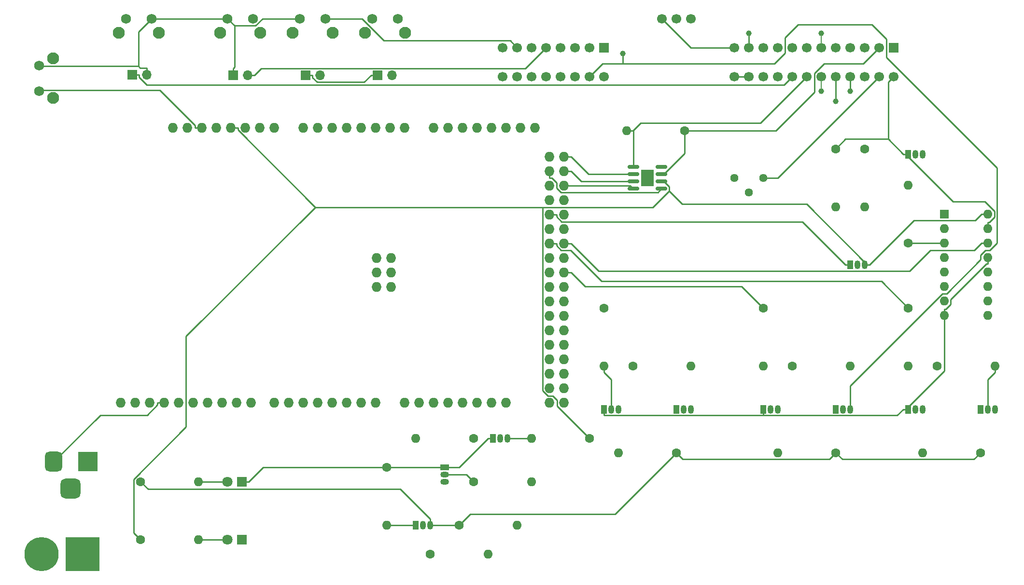
<source format=gbr>
%TF.GenerationSoftware,KiCad,Pcbnew,(6.0.1)*%
%TF.CreationDate,2022-11-01T11:59:45+11:00*%
%TF.ProjectId,IS250 Interface Board,49533235-3020-4496-9e74-657266616365,rev?*%
%TF.SameCoordinates,Original*%
%TF.FileFunction,Copper,L1,Top*%
%TF.FilePolarity,Positive*%
%FSLAX46Y46*%
G04 Gerber Fmt 4.6, Leading zero omitted, Abs format (unit mm)*
G04 Created by KiCad (PCBNEW (6.0.1)) date 2022-11-01 11:59:45*
%MOMM*%
%LPD*%
G01*
G04 APERTURE LIST*
G04 Aperture macros list*
%AMRoundRect*
0 Rectangle with rounded corners*
0 $1 Rounding radius*
0 $2 $3 $4 $5 $6 $7 $8 $9 X,Y pos of 4 corners*
0 Add a 4 corners polygon primitive as box body*
4,1,4,$2,$3,$4,$5,$6,$7,$8,$9,$2,$3,0*
0 Add four circle primitives for the rounded corners*
1,1,$1+$1,$2,$3*
1,1,$1+$1,$4,$5*
1,1,$1+$1,$6,$7*
1,1,$1+$1,$8,$9*
0 Add four rect primitives between the rounded corners*
20,1,$1+$1,$2,$3,$4,$5,0*
20,1,$1+$1,$4,$5,$6,$7,0*
20,1,$1+$1,$6,$7,$8,$9,0*
20,1,$1+$1,$8,$9,$2,$3,0*%
G04 Aperture macros list end*
%TA.AperFunction,ComponentPad*%
%ADD10R,1.050000X1.500000*%
%TD*%
%TA.AperFunction,ComponentPad*%
%ADD11O,1.050000X1.500000*%
%TD*%
%TA.AperFunction,ComponentPad*%
%ADD12C,1.600000*%
%TD*%
%TA.AperFunction,ComponentPad*%
%ADD13O,1.600000X1.600000*%
%TD*%
%TA.AperFunction,SMDPad,CuDef*%
%ADD14C,1.000000*%
%TD*%
%TA.AperFunction,ComponentPad*%
%ADD15C,1.440000*%
%TD*%
%TA.AperFunction,ComponentPad*%
%ADD16C,6.000000*%
%TD*%
%TA.AperFunction,ComponentPad*%
%ADD17R,6.000000X6.000000*%
%TD*%
%TA.AperFunction,ComponentPad*%
%ADD18R,1.700000X1.700000*%
%TD*%
%TA.AperFunction,ComponentPad*%
%ADD19C,1.700000*%
%TD*%
%TA.AperFunction,ComponentPad*%
%ADD20C,2.100000*%
%TD*%
%TA.AperFunction,ComponentPad*%
%ADD21C,1.750000*%
%TD*%
%TA.AperFunction,ComponentPad*%
%ADD22O,1.700000X1.700000*%
%TD*%
%TA.AperFunction,ComponentPad*%
%ADD23R,1.500000X1.050000*%
%TD*%
%TA.AperFunction,ComponentPad*%
%ADD24O,1.500000X1.050000*%
%TD*%
%TA.AperFunction,SMDPad,CuDef*%
%ADD25RoundRect,0.150000X-0.825000X-0.150000X0.825000X-0.150000X0.825000X0.150000X-0.825000X0.150000X0*%
%TD*%
%TA.AperFunction,SMDPad,CuDef*%
%ADD26R,2.290000X3.000000*%
%TD*%
%TA.AperFunction,ComponentPad*%
%ADD27R,1.800000X1.800000*%
%TD*%
%TA.AperFunction,ComponentPad*%
%ADD28C,1.800000*%
%TD*%
%TA.AperFunction,ComponentPad*%
%ADD29R,3.500000X3.500000*%
%TD*%
%TA.AperFunction,ComponentPad*%
%ADD30RoundRect,0.750000X-0.750000X-1.000000X0.750000X-1.000000X0.750000X1.000000X-0.750000X1.000000X0*%
%TD*%
%TA.AperFunction,ComponentPad*%
%ADD31RoundRect,0.875000X-0.875000X-0.875000X0.875000X-0.875000X0.875000X0.875000X-0.875000X0.875000X0*%
%TD*%
%TA.AperFunction,ComponentPad*%
%ADD32R,1.600000X1.600000*%
%TD*%
%TA.AperFunction,ComponentPad*%
%ADD33O,1.727200X1.727200*%
%TD*%
%TA.AperFunction,Conductor*%
%ADD34C,0.250000*%
%TD*%
%TA.AperFunction,Conductor*%
%ADD35C,0.200000*%
%TD*%
G04 APERTURE END LIST*
D10*
%TO.P,Q3,1,E*%
%TO.N,/MPX Transciever/MPX+*%
X137160000Y-134620000D03*
D11*
%TO.P,Q3,2,B*%
%TO.N,Net-(Q3-Pad2)*%
X138430000Y-134620000D03*
%TO.P,Q3,3,C*%
%TO.N,+12V*%
X139700000Y-134620000D03*
%TD*%
D12*
%TO.P,R3,1*%
%TO.N,GND*%
X132080000Y-124460000D03*
D13*
%TO.P,R3,2*%
%TO.N,/MPX Transciever/MPX+*%
X132080000Y-134620000D03*
%TD*%
D14*
%TO.P,TP3,1*%
%TO.N,/Tacho Conversion/12V Out*%
X213360000Y-58420000D03*
%TD*%
D10*
%TO.P,Q9,1,E*%
%TO.N,+12V*%
X182880000Y-114300000D03*
D11*
%TO.P,Q9,2,B*%
%TO.N,Net-(Q9-Pad2)*%
X184150000Y-114300000D03*
%TO.P,Q9,3,C*%
%TO.N,/LFT-TRN*%
X185420000Y-114300000D03*
%TD*%
D15*
%TO.P,RV1,1,1*%
%TO.N,/Illumination Circuit/ILL+*%
X193040000Y-73660000D03*
%TO.P,RV1,2,2*%
%TO.N,/Illumination Circuit/ILL-S*%
X195580000Y-76200000D03*
%TO.P,RV1,3,3*%
%TO.N,/Illumination Circuit/ILL-GND*%
X198120000Y-73660000D03*
%TD*%
D12*
%TO.P,R16,1*%
%TO.N,/RHT-T*%
X198120000Y-96520000D03*
D13*
%TO.P,R16,2*%
%TO.N,Net-(Q10-Pad2)*%
X198120000Y-106680000D03*
%TD*%
D14*
%TO.P,TP6,1*%
%TO.N,/RHT-TRN*%
X173482000Y-51816000D03*
%TD*%
D12*
%TO.P,R1,1*%
%TO.N,/Tacho*%
X223520000Y-96520000D03*
D13*
%TO.P,R1,2*%
%TO.N,Net-(Q1-Pad2)*%
X223520000Y-106680000D03*
%TD*%
D12*
%TO.P,R6,1*%
%TO.N,Net-(Q4-Pad2)*%
X147320000Y-127000000D03*
D13*
%TO.P,R6,2*%
%TO.N,Net-(Q5-Pad3)*%
X157480000Y-127000000D03*
%TD*%
D16*
%TO.P,J4,N,NEG*%
%TO.N,GND*%
X71540000Y-139700000D03*
D17*
%TO.P,J4,P,POS*%
%TO.N,+12V*%
X78740000Y-139700000D03*
%TD*%
D12*
%TO.P,R8,1*%
%TO.N,Net-(Q5-Pad2)*%
X147320000Y-119380000D03*
D13*
%TO.P,R8,2*%
%TO.N,/MPX-S*%
X137160000Y-119380000D03*
%TD*%
D18*
%TO.P,J2,1,NC*%
%TO.N,unconnected-(J2-Pad1)*%
X170180000Y-50800000D03*
D19*
%TO.P,J2,2,NC*%
%TO.N,unconnected-(J2-Pad2)*%
X167640000Y-50800000D03*
%TO.P,J2,3,PBLT-W*%
%TO.N,unconnected-(J2-Pad3)*%
X165100000Y-50800000D03*
%TO.P,J2,4,PBLT-SW*%
%TO.N,unconnected-(J2-Pad4)*%
X162560000Y-50800000D03*
%TO.P,J2,5,RSEL*%
%TO.N,/Satellite Switch/RSEL*%
X160020000Y-50800000D03*
%TO.P,J2,6,LSEL*%
%TO.N,/Satellite Switch/LSEL*%
X157480000Y-50800000D03*
%TO.P,J2,7,SET*%
%TO.N,/Satellite Switch/SET*%
X154940000Y-50800000D03*
%TO.P,J2,8,NC*%
%TO.N,unconnected-(J2-Pad8)*%
X152400000Y-50800000D03*
%TO.P,J2,9,ILL-*%
%TO.N,unconnected-(J2-Pad9)*%
X170180000Y-55880000D03*
%TO.P,J2,10,RHT-TRN*%
%TO.N,/RHT-TRN*%
X167640000Y-55880000D03*
%TO.P,J2,11,CHK-ENG*%
%TO.N,unconnected-(J2-Pad11)*%
X165100000Y-55880000D03*
%TO.P,J2,12,NC*%
%TO.N,unconnected-(J2-Pad12)*%
X162560000Y-55880000D03*
%TO.P,J2,13,NC*%
%TO.N,unconnected-(J2-Pad13)*%
X160020000Y-55880000D03*
%TO.P,J2,14,NC*%
%TO.N,unconnected-(J2-Pad14)*%
X157480000Y-55880000D03*
%TO.P,J2,15,BRK-FLU*%
%TO.N,+12V*%
X154940000Y-55880000D03*
%TO.P,J2,16,NC*%
%TO.N,unconnected-(J2-Pad16)*%
X152400000Y-55880000D03*
%TD*%
D10*
%TO.P,Q11,1,E*%
%TO.N,+12V*%
X210820000Y-114300000D03*
D11*
%TO.P,Q11,2,B*%
%TO.N,Net-(Q11-Pad2)*%
X212090000Y-114300000D03*
%TO.P,Q11,3,C*%
%TO.N,/RHT-TRN*%
X213360000Y-114300000D03*
%TD*%
D20*
%TO.P,SW2,*%
%TO.N,*%
X92120000Y-48210000D03*
X85110000Y-48210000D03*
D21*
%TO.P,SW2,1,A*%
%TO.N,Net-(J1-Pad20)*%
X86360000Y-45720000D03*
%TO.P,SW2,2,B*%
%TO.N,GND*%
X90860000Y-45720000D03*
%TD*%
D12*
%TO.P,R14,1*%
%TO.N,Net-(Q8-Pad3)*%
X175260000Y-106680000D03*
D13*
%TO.P,R14,2*%
%TO.N,Net-(Q9-Pad2)*%
X185420000Y-106680000D03*
%TD*%
D18*
%TO.P,J8,1,Pin_1*%
%TO.N,GND*%
X130512000Y-55646600D03*
D22*
%TO.P,J8,2,Pin_2*%
%TO.N,/Satellite Switch/LSEL*%
X133052000Y-55646600D03*
%TD*%
D18*
%TO.P,J5,1,Pin_1*%
%TO.N,Net-(J1-Pad20)*%
X87494500Y-55588900D03*
D22*
%TO.P,J5,2,Pin_2*%
%TO.N,GND*%
X90034500Y-55588900D03*
%TD*%
D10*
%TO.P,Q5,1,E*%
%TO.N,GND*%
X150680000Y-119380000D03*
D11*
%TO.P,Q5,2,B*%
%TO.N,Net-(Q5-Pad2)*%
X151950000Y-119380000D03*
%TO.P,Q5,3,C*%
%TO.N,Net-(Q5-Pad3)*%
X153220000Y-119380000D03*
%TD*%
D23*
%TO.P,Q4,1,E*%
%TO.N,GND*%
X142240000Y-124460000D03*
D24*
%TO.P,Q4,2,B*%
%TO.N,Net-(Q4-Pad2)*%
X142240000Y-125730000D03*
%TO.P,Q4,3,C*%
%TO.N,Net-(Q4-Pad3)*%
X142240000Y-127000000D03*
%TD*%
D10*
%TO.P,Q10,1,E*%
%TO.N,GND*%
X198120000Y-114300000D03*
D11*
%TO.P,Q10,2,B*%
%TO.N,Net-(Q10-Pad2)*%
X199390000Y-114300000D03*
%TO.P,Q10,3,C*%
%TO.N,Net-(Q10-Pad3)*%
X200660000Y-114300000D03*
%TD*%
D12*
%TO.P,R18,1*%
%TO.N,+12V*%
X210820000Y-121920000D03*
D13*
%TO.P,R18,2*%
%TO.N,Net-(Q10-Pad3)*%
X200660000Y-121920000D03*
%TD*%
D12*
%TO.P,R9,1*%
%TO.N,/MPX Transciever/MPX-*%
X215900000Y-68580000D03*
D13*
%TO.P,R9,2*%
%TO.N,Net-(Q6-Pad2)*%
X215900000Y-78740000D03*
%TD*%
D12*
%TO.P,R7,1*%
%TO.N,+5V*%
X167640000Y-119380000D03*
D13*
%TO.P,R7,2*%
%TO.N,Net-(Q5-Pad3)*%
X157480000Y-119380000D03*
%TD*%
%TO.P,R19,2*%
%TO.N,/Fuel System/FUEL*%
X174160000Y-65395000D03*
D12*
%TO.P,R19,1*%
%TO.N,/Fuel System/FUEL-GND*%
X184320000Y-65395000D03*
%TD*%
D20*
%TO.P,SW6,*%
%TO.N,*%
X73610000Y-52660000D03*
X73610000Y-59670000D03*
D21*
%TO.P,SW6,1,A*%
%TO.N,Net-(SW6-Pad1)*%
X71120000Y-58420000D03*
%TO.P,SW6,2,B*%
%TO.N,GND*%
X71120000Y-53920000D03*
%TD*%
D12*
%TO.P,R11,1*%
%TO.N,+12V*%
X236220000Y-121920000D03*
D13*
%TO.P,R11,2*%
%TO.N,Net-(Q1-Pad3)*%
X226060000Y-121920000D03*
%TD*%
D25*
%TO.P,U1,1,B1*%
%TO.N,/Fuel System/FUEL*%
X175325000Y-71755000D03*
%TO.P,U1,2,GND*%
%TO.N,GND*%
X175325000Y-73025000D03*
%TO.P,U1,3,~{CS}*%
%TO.N,/CS*%
X175325000Y-74295000D03*
%TO.P,U1,4,SDI*%
%TO.N,/MOSI*%
X175325000Y-75565000D03*
%TO.P,U1,5,CLK*%
%TO.N,/CLK*%
X180275000Y-75565000D03*
%TO.P,U1,6,VDD*%
%TO.N,+5V*%
X180275000Y-74295000D03*
%TO.P,U1,7,W1*%
%TO.N,/Fuel System/FUEL-GND*%
X180275000Y-73025000D03*
%TO.P,U1,8,A1*%
%TO.N,unconnected-(U1-Pad8)*%
X180275000Y-71755000D03*
D26*
%TO.P,U1,9*%
%TO.N,N/C*%
X177800000Y-73660000D03*
%TD*%
D12*
%TO.P,R15,1*%
%TO.N,+12V*%
X182880000Y-121920000D03*
D13*
%TO.P,R15,2*%
%TO.N,Net-(Q8-Pad3)*%
X172720000Y-121920000D03*
%TD*%
D20*
%TO.P,SW5,*%
%TO.N,*%
X135300000Y-48210000D03*
X128290000Y-48210000D03*
D21*
%TO.P,SW5,1,A*%
%TO.N,GND*%
X129540000Y-45720000D03*
%TO.P,SW5,2,B*%
%TO.N,/Satellite Switch/LSEL*%
X134040000Y-45720000D03*
%TD*%
D12*
%TO.P,R2,1*%
%TO.N,Net-(Q1-Pad3)*%
X228600000Y-106680000D03*
D13*
%TO.P,R2,2*%
%TO.N,Net-(Q2-Pad2)*%
X238760000Y-106680000D03*
%TD*%
D12*
%TO.P,R20,1*%
%TO.N,+12V*%
X88900000Y-127000000D03*
D13*
%TO.P,R20,2*%
%TO.N,Net-(D1-Pad2)*%
X99060000Y-127000000D03*
%TD*%
D27*
%TO.P,D2,1,K*%
%TO.N,GND*%
X106680000Y-137160000D03*
D28*
%TO.P,D2,2,A*%
%TO.N,Net-(D2-Pad2)*%
X104140000Y-137160000D03*
%TD*%
D19*
%TO.P,SW1,1,A*%
%TO.N,Net-(J1-Pad12)*%
X180340000Y-45720000D03*
%TO.P,SW1,2,B*%
%TO.N,+12V*%
X182880000Y-45720000D03*
%TO.P,SW1,3*%
%TO.N,N/C*%
X185420000Y-45720000D03*
%TD*%
D29*
%TO.P,J3,1*%
%TO.N,+12V*%
X79660000Y-123502500D03*
D30*
%TO.P,J3,2*%
%TO.N,GND*%
X73660000Y-123502500D03*
D31*
%TO.P,J3,3*%
%TO.N,N/C*%
X76660000Y-128202500D03*
%TD*%
D12*
%TO.P,R4,1*%
%TO.N,Net-(Q3-Pad2)*%
X139700000Y-139700000D03*
D13*
%TO.P,R4,2*%
%TO.N,Net-(Q4-Pad3)*%
X149860000Y-139700000D03*
%TD*%
D27*
%TO.P,D1,1,K*%
%TO.N,GND*%
X106680000Y-127000000D03*
D28*
%TO.P,D1,2,A*%
%TO.N,Net-(D1-Pad2)*%
X104140000Y-127000000D03*
%TD*%
D14*
%TO.P,TP4,1*%
%TO.N,/MPX Transciever/MPX+*%
X208280000Y-48260000D03*
%TD*%
D12*
%TO.P,R12,1*%
%TO.N,Net-(R12-Pad1)*%
X223520000Y-85105000D03*
D13*
%TO.P,R12,2*%
%TO.N,Net-(Q7-Pad2)*%
X223520000Y-74945000D03*
%TD*%
D32*
%TO.P,U2,1,Q5*%
%TO.N,unconnected-(U2-Pad1)*%
X229880000Y-80025000D03*
D13*
%TO.P,U2,2,Q1*%
%TO.N,unconnected-(U2-Pad2)*%
X229880000Y-82565000D03*
%TO.P,U2,3,Q0*%
%TO.N,Net-(R12-Pad1)*%
X229880000Y-85105000D03*
%TO.P,U2,4,Q2*%
%TO.N,unconnected-(U2-Pad4)*%
X229880000Y-87645000D03*
%TO.P,U2,5,Q6*%
%TO.N,unconnected-(U2-Pad5)*%
X229880000Y-90185000D03*
%TO.P,U2,6,Q7*%
%TO.N,unconnected-(U2-Pad6)*%
X229880000Y-92725000D03*
%TO.P,U2,7,Q3*%
%TO.N,unconnected-(U2-Pad7)*%
X229880000Y-95265000D03*
%TO.P,U2,8,VSS*%
%TO.N,GND*%
X229880000Y-97805000D03*
%TO.P,U2,9,Q8*%
%TO.N,unconnected-(U2-Pad9)*%
X237500000Y-97805000D03*
%TO.P,U2,10,Q4*%
%TO.N,unconnected-(U2-Pad10)*%
X237500000Y-95265000D03*
%TO.P,U2,11,Q9*%
%TO.N,unconnected-(U2-Pad11)*%
X237500000Y-92725000D03*
%TO.P,U2,12,Cout*%
%TO.N,unconnected-(U2-Pad12)*%
X237500000Y-90185000D03*
%TO.P,U2,13,CKEN*%
%TO.N,GND*%
X237500000Y-87645000D03*
%TO.P,U2,14,CLK*%
%TO.N,/Speedo*%
X237500000Y-85105000D03*
%TO.P,U2,15,Reset*%
%TO.N,GND*%
X237500000Y-82565000D03*
%TO.P,U2,16,VDD*%
%TO.N,+5V*%
X237500000Y-80025000D03*
%TD*%
D20*
%TO.P,SW4,*%
%TO.N,*%
X115590000Y-48210000D03*
X122600000Y-48210000D03*
D21*
%TO.P,SW4,1,A*%
%TO.N,GND*%
X116840000Y-45720000D03*
%TO.P,SW4,2,B*%
%TO.N,/Satellite Switch/SET*%
X121340000Y-45720000D03*
%TD*%
D18*
%TO.P,J6,1,Pin_1*%
%TO.N,GND*%
X105175100Y-55616000D03*
D22*
%TO.P,J6,2,Pin_2*%
%TO.N,/Satellite Switch/RSEL*%
X107715100Y-55616000D03*
%TD*%
D12*
%TO.P,R13,1*%
%TO.N,/LFT-T*%
X170180000Y-96520000D03*
D13*
%TO.P,R13,2*%
%TO.N,Net-(Q8-Pad2)*%
X170180000Y-106680000D03*
%TD*%
D10*
%TO.P,Q7,1,E*%
%TO.N,GND*%
X223520000Y-69515000D03*
D11*
%TO.P,Q7,2,B*%
%TO.N,Net-(Q7-Pad2)*%
X224790000Y-69515000D03*
%TO.P,Q7,3,C*%
%TO.N,/Speedo Conversion/SPD IN*%
X226060000Y-69515000D03*
%TD*%
D12*
%TO.P,R17,1*%
%TO.N,Net-(Q10-Pad3)*%
X203200000Y-106680000D03*
D13*
%TO.P,R17,2*%
%TO.N,Net-(Q11-Pad2)*%
X213360000Y-106680000D03*
%TD*%
D18*
%TO.P,J7,1,Pin_1*%
%TO.N,GND*%
X117870800Y-55675000D03*
D22*
%TO.P,J7,2,Pin_2*%
%TO.N,/Satellite Switch/SET*%
X120410800Y-55675000D03*
%TD*%
D10*
%TO.P,Q6,1,E*%
%TO.N,/MPX-R*%
X213360000Y-88900000D03*
D11*
%TO.P,Q6,2,B*%
%TO.N,Net-(Q6-Pad2)*%
X214630000Y-88900000D03*
%TO.P,Q6,3,C*%
%TO.N,+5V*%
X215900000Y-88900000D03*
%TD*%
D10*
%TO.P,Q1,1,E*%
%TO.N,GND*%
X223520000Y-114300000D03*
D11*
%TO.P,Q1,2,B*%
%TO.N,Net-(Q1-Pad2)*%
X224790000Y-114300000D03*
%TO.P,Q1,3,C*%
%TO.N,Net-(Q1-Pad3)*%
X226060000Y-114300000D03*
%TD*%
D12*
%TO.P,R10,1*%
%TO.N,GND*%
X210820000Y-68580000D03*
D13*
%TO.P,R10,2*%
%TO.N,/MPX-R*%
X210820000Y-78740000D03*
%TD*%
D20*
%TO.P,SW3,*%
%TO.N,*%
X102890000Y-48210000D03*
X109900000Y-48210000D03*
D21*
%TO.P,SW3,1,A*%
%TO.N,GND*%
X104140000Y-45720000D03*
%TO.P,SW3,2,B*%
%TO.N,/Satellite Switch/RSEL*%
X108640000Y-45720000D03*
%TD*%
D14*
%TO.P,TP5,1*%
%TO.N,/LFT-TRN*%
X195580000Y-48260000D03*
%TD*%
D10*
%TO.P,Q8,1,E*%
%TO.N,GND*%
X170180000Y-114300000D03*
D11*
%TO.P,Q8,2,B*%
%TO.N,Net-(Q8-Pad2)*%
X171450000Y-114300000D03*
%TO.P,Q8,3,C*%
%TO.N,Net-(Q8-Pad3)*%
X172720000Y-114300000D03*
%TD*%
D10*
%TO.P,Q2,1,E*%
%TO.N,+12V*%
X236220000Y-114300000D03*
D11*
%TO.P,Q2,2,B*%
%TO.N,Net-(Q2-Pad2)*%
X237490000Y-114300000D03*
%TO.P,Q2,3,C*%
%TO.N,/Tacho Conversion/12V Out*%
X238760000Y-114300000D03*
%TD*%
D14*
%TO.P,TP1,1*%
%TO.N,/MPX Transciever/MPX-*%
X208280000Y-58420000D03*
%TD*%
%TO.P,TP2,1*%
%TO.N,/Speedo Conversion/SPD IN*%
X210820000Y-60198000D03*
%TD*%
D18*
%TO.P,J1,1,GND*%
%TO.N,GND*%
X220980000Y-50800000D03*
D19*
%TO.P,J1,2,GND-F*%
%TO.N,/Fuel System/FUEL-GND*%
X218440000Y-50800000D03*
%TO.P,J1,3,NC*%
%TO.N,unconnected-(J1-Pad3)*%
X215900000Y-50800000D03*
%TO.P,J1,4,NC*%
%TO.N,unconnected-(J1-Pad4)*%
X213360000Y-50800000D03*
%TO.P,J1,5,SPD-OUT*%
%TO.N,unconnected-(J1-Pad5)*%
X210820000Y-50800000D03*
%TO.P,J1,6,MPX+*%
%TO.N,/MPX Transciever/MPX+*%
X208280000Y-50800000D03*
%TO.P,J1,7,NC*%
%TO.N,unconnected-(J1-Pad7)*%
X205740000Y-50800000D03*
%TO.P,J1,8,ILL-OVRD*%
%TO.N,unconnected-(J1-Pad8)*%
X203200000Y-50800000D03*
%TO.P,J1,9,ILL+*%
%TO.N,/Illumination Circuit/ILL+*%
X200660000Y-50800000D03*
%TO.P,J1,10,NC*%
%TO.N,unconnected-(J1-Pad10)*%
X198120000Y-50800000D03*
%TO.P,J1,11,LFT-TRN*%
%TO.N,/LFT-TRN*%
X195580000Y-50800000D03*
%TO.P,J1,12,IGN-SW*%
%TO.N,Net-(J1-Pad12)*%
X193040000Y-50800000D03*
%TO.P,J1,13,GND-S*%
%TO.N,GND*%
X220980000Y-55880000D03*
%TO.P,J1,14,GND-ILL*%
%TO.N,/Illumination Circuit/ILL-GND*%
X218440000Y-55880000D03*
%TO.P,J1,15,NC*%
%TO.N,unconnected-(J1-Pad15)*%
X215900000Y-55880000D03*
%TO.P,J1,16,TACH*%
%TO.N,/Tacho Conversion/12V Out*%
X213360000Y-55880000D03*
%TO.P,J1,17,SPD-IN*%
%TO.N,/Speedo Conversion/SPD IN*%
X210820000Y-55880000D03*
%TO.P,J1,18,MPX-*%
%TO.N,/MPX Transciever/MPX-*%
X208280000Y-55880000D03*
%TO.P,J1,19,FUEL*%
%TO.N,/Fuel System/FUEL*%
X205740000Y-55880000D03*
%TO.P,J1,20,DISP-SW*%
%TO.N,Net-(J1-Pad20)*%
X203200000Y-55880000D03*
%TO.P,J1,21,ILL-S*%
%TO.N,/Illumination Circuit/ILL-S*%
X200660000Y-55880000D03*
%TO.P,J1,22,NC*%
%TO.N,unconnected-(J1-Pad22)*%
X198120000Y-55880000D03*
%TO.P,J1,23,12V*%
%TO.N,+12V*%
X195580000Y-55880000D03*
%TO.P,J1,24,12V*%
X193040000Y-55880000D03*
%TD*%
D12*
%TO.P,R5,1*%
%TO.N,+12V*%
X144780000Y-134620000D03*
D13*
%TO.P,R5,2*%
%TO.N,Net-(Q4-Pad3)*%
X154940000Y-134620000D03*
%TD*%
D12*
%TO.P,R21,1*%
%TO.N,+5V*%
X88900000Y-137160000D03*
D13*
%TO.P,R21,2*%
%TO.N,Net-(D2-Pad2)*%
X99060000Y-137160000D03*
%TD*%
D33*
%TO.P,XA1,*%
%TO.N,*%
X94615000Y-64857500D03*
%TO.P,XA1,3V3,3.3V*%
%TO.N,unconnected-(XA1-Pad3V3)*%
X102235000Y-64857500D03*
%TO.P,XA1,5V1,5V*%
%TO.N,+5V*%
X104775000Y-64857500D03*
%TO.P,XA1,5V2,SPI_5V*%
%TO.N,unconnected-(XA1-Pad5V2)*%
X132842000Y-92797500D03*
%TO.P,XA1,5V3,5V*%
%TO.N,unconnected-(XA1-Pad5V3)*%
X160655000Y-113117500D03*
%TO.P,XA1,5V4,5V*%
%TO.N,unconnected-(XA1-Pad5V4)*%
X163195000Y-113117500D03*
%TO.P,XA1,A0,A0*%
%TO.N,unconnected-(XA1-PadA0)*%
X117475000Y-64857500D03*
%TO.P,XA1,A1,A1*%
%TO.N,unconnected-(XA1-PadA1)*%
X120015000Y-64857500D03*
%TO.P,XA1,A2,A2*%
%TO.N,unconnected-(XA1-PadA2)*%
X122555000Y-64857500D03*
%TO.P,XA1,A3,A3*%
%TO.N,unconnected-(XA1-PadA3)*%
X125095000Y-64857500D03*
%TO.P,XA1,A4,A4*%
%TO.N,unconnected-(XA1-PadA4)*%
X127635000Y-64857500D03*
%TO.P,XA1,A5,A5*%
%TO.N,unconnected-(XA1-PadA5)*%
X130175000Y-64857500D03*
%TO.P,XA1,A6,A6*%
%TO.N,unconnected-(XA1-PadA6)*%
X132715000Y-64857500D03*
%TO.P,XA1,A7,A7*%
%TO.N,unconnected-(XA1-PadA7)*%
X135255000Y-64857500D03*
%TO.P,XA1,A8,A8*%
%TO.N,unconnected-(XA1-PadA8)*%
X140335000Y-64857500D03*
%TO.P,XA1,A9,A9*%
%TO.N,unconnected-(XA1-PadA9)*%
X142875000Y-64857500D03*
%TO.P,XA1,A10,A10*%
%TO.N,unconnected-(XA1-PadA10)*%
X145415000Y-64857500D03*
%TO.P,XA1,A11,A11*%
%TO.N,unconnected-(XA1-PadA11)*%
X147955000Y-64857500D03*
%TO.P,XA1,A12,A12*%
%TO.N,unconnected-(XA1-PadA12)*%
X150495000Y-64857500D03*
%TO.P,XA1,A13,A13*%
%TO.N,unconnected-(XA1-PadA13)*%
X153035000Y-64857500D03*
%TO.P,XA1,A14,A14*%
%TO.N,unconnected-(XA1-PadA14)*%
X155575000Y-64857500D03*
%TO.P,XA1,A15,A15*%
%TO.N,unconnected-(XA1-PadA15)*%
X158115000Y-64857500D03*
%TO.P,XA1,AREF,AREF*%
%TO.N,unconnected-(XA1-PadAREF)*%
X90551000Y-113117500D03*
%TO.P,XA1,D0,D0_RX0*%
%TO.N,unconnected-(XA1-PadD0)*%
X130175000Y-113117500D03*
%TO.P,XA1,D1,D1_TX0*%
%TO.N,unconnected-(XA1-PadD1)*%
X127635000Y-113117500D03*
%TO.P,XA1,D2,D2_INT0*%
%TO.N,unconnected-(XA1-PadD2)*%
X125095000Y-113117500D03*
%TO.P,XA1,D3,D3_INT1*%
%TO.N,unconnected-(XA1-PadD3)*%
X122555000Y-113117500D03*
%TO.P,XA1,D4,D4*%
%TO.N,unconnected-(XA1-PadD4)*%
X120015000Y-113117500D03*
%TO.P,XA1,D5,D5*%
%TO.N,unconnected-(XA1-PadD5)*%
X117475000Y-113117500D03*
%TO.P,XA1,D6,D6*%
%TO.N,unconnected-(XA1-PadD6)*%
X114935000Y-113117500D03*
%TO.P,XA1,D7,D7*%
%TO.N,unconnected-(XA1-PadD7)*%
X112395000Y-113117500D03*
%TO.P,XA1,D8,D8*%
%TO.N,unconnected-(XA1-PadD8)*%
X108331000Y-113117500D03*
%TO.P,XA1,D9,D9*%
%TO.N,unconnected-(XA1-PadD9)*%
X105791000Y-113117500D03*
%TO.P,XA1,D10,D10*%
%TO.N,unconnected-(XA1-PadD10)*%
X103251000Y-113117500D03*
%TO.P,XA1,D11,D11*%
%TO.N,unconnected-(XA1-PadD11)*%
X100711000Y-113117500D03*
%TO.P,XA1,D12,D12*%
%TO.N,unconnected-(XA1-PadD12)*%
X98171000Y-113117500D03*
%TO.P,XA1,D13,D13*%
%TO.N,unconnected-(XA1-PadD13)*%
X95631000Y-113117500D03*
%TO.P,XA1,D14,D14_TX3*%
%TO.N,unconnected-(XA1-PadD14)*%
X135255000Y-113117500D03*
%TO.P,XA1,D15,D15_RX3*%
%TO.N,unconnected-(XA1-PadD15)*%
X137795000Y-113117500D03*
%TO.P,XA1,D16,D16_TX2*%
%TO.N,unconnected-(XA1-PadD16)*%
X140335000Y-113117500D03*
%TO.P,XA1,D17,D17_RX2*%
%TO.N,unconnected-(XA1-PadD17)*%
X142875000Y-113117500D03*
%TO.P,XA1,D18,D18_TX1*%
%TO.N,unconnected-(XA1-PadD18)*%
X145415000Y-113117500D03*
%TO.P,XA1,D19,D19_RX1*%
%TO.N,unconnected-(XA1-PadD19)*%
X147955000Y-113117500D03*
%TO.P,XA1,D20,D20_SDA*%
%TO.N,unconnected-(XA1-PadD20)*%
X150495000Y-113117500D03*
%TO.P,XA1,D21,D21_SCL*%
%TO.N,unconnected-(XA1-PadD21)*%
X153035000Y-113117500D03*
%TO.P,XA1,D22,D22*%
%TO.N,unconnected-(XA1-PadD22)*%
X160655000Y-110577500D03*
%TO.P,XA1,D23,D23*%
%TO.N,unconnected-(XA1-PadD23)*%
X163195000Y-110577500D03*
%TO.P,XA1,D24,D24*%
%TO.N,unconnected-(XA1-PadD24)*%
X160655000Y-108037500D03*
%TO.P,XA1,D25,D25*%
%TO.N,unconnected-(XA1-PadD25)*%
X163195000Y-108037500D03*
%TO.P,XA1,D26,D26*%
%TO.N,unconnected-(XA1-PadD26)*%
X160655000Y-105497500D03*
%TO.P,XA1,D27,D27*%
%TO.N,unconnected-(XA1-PadD27)*%
X163195000Y-105497500D03*
%TO.P,XA1,D28,D28*%
%TO.N,unconnected-(XA1-PadD28)*%
X160655000Y-102957500D03*
%TO.P,XA1,D29,D29*%
%TO.N,unconnected-(XA1-PadD29)*%
X163195000Y-102957500D03*
%TO.P,XA1,D30,D30*%
%TO.N,unconnected-(XA1-PadD30)*%
X160655000Y-100417500D03*
%TO.P,XA1,D31,D31*%
%TO.N,unconnected-(XA1-PadD31)*%
X163195000Y-100417500D03*
%TO.P,XA1,D32,D32*%
%TO.N,unconnected-(XA1-PadD32)*%
X160655000Y-97877500D03*
%TO.P,XA1,D33,D33*%
%TO.N,unconnected-(XA1-PadD33)*%
X163195000Y-97877500D03*
%TO.P,XA1,D34,D34*%
%TO.N,unconnected-(XA1-PadD34)*%
X160655000Y-95337500D03*
%TO.P,XA1,D35,D35*%
%TO.N,unconnected-(XA1-PadD35)*%
X163195000Y-95337500D03*
%TO.P,XA1,D36,D36*%
%TO.N,unconnected-(XA1-PadD36)*%
X160655000Y-92797500D03*
%TO.P,XA1,D37,D37*%
%TO.N,unconnected-(XA1-PadD37)*%
X163195000Y-92797500D03*
%TO.P,XA1,D38,D38*%
%TO.N,/LFT-T*%
X160655000Y-90257500D03*
%TO.P,XA1,D39,D39*%
%TO.N,/RHT-T*%
X163195000Y-90257500D03*
%TO.P,XA1,D40,D40*%
%TO.N,unconnected-(XA1-PadD40)*%
X160655000Y-87717500D03*
%TO.P,XA1,D41,D41*%
%TO.N,unconnected-(XA1-PadD41)*%
X163195000Y-87717500D03*
%TO.P,XA1,D42,D42*%
%TO.N,/Tacho*%
X160655000Y-85177500D03*
%TO.P,XA1,D43,D43*%
%TO.N,/Speedo*%
X163195000Y-85177500D03*
%TO.P,XA1,D44,D44*%
%TO.N,unconnected-(XA1-PadD44)*%
X160655000Y-82637500D03*
%TO.P,XA1,D45,D45*%
%TO.N,unconnected-(XA1-PadD45)*%
X163195000Y-82637500D03*
%TO.P,XA1,D46,D46*%
%TO.N,/MPX-R*%
X160655000Y-80097500D03*
%TO.P,XA1,D47,D47*%
%TO.N,/MPX-S*%
X163195000Y-80097500D03*
%TO.P,XA1,D48,D48*%
%TO.N,unconnected-(XA1-PadD48)*%
X160655000Y-77557500D03*
%TO.P,XA1,D49,D49*%
%TO.N,unconnected-(XA1-PadD49)*%
X163195000Y-77557500D03*
%TO.P,XA1,D50,D50*%
%TO.N,unconnected-(XA1-PadD50)*%
X160655000Y-75017500D03*
%TO.P,XA1,D51,D51*%
%TO.N,/MOSI*%
X163195000Y-75017500D03*
%TO.P,XA1,D52,D52*%
%TO.N,/CLK*%
X160655000Y-72477500D03*
%TO.P,XA1,D53,D53_SS*%
%TO.N,/CS*%
X163195000Y-72477500D03*
%TO.P,XA1,GND1,GND*%
%TO.N,GND*%
X93091000Y-113117500D03*
%TO.P,XA1,GND2,GND*%
%TO.N,unconnected-(XA1-PadGND2)*%
X107315000Y-64857500D03*
%TO.P,XA1,GND3,GND*%
%TO.N,unconnected-(XA1-PadGND3)*%
X109855000Y-64857500D03*
%TO.P,XA1,GND4,SPI_GND*%
%TO.N,unconnected-(XA1-PadGND4)*%
X132842000Y-87717500D03*
%TO.P,XA1,GND5,GND*%
%TO.N,unconnected-(XA1-PadGND5)*%
X160655000Y-69937500D03*
%TO.P,XA1,GND6,GND*%
%TO.N,GND*%
X163195000Y-69937500D03*
%TO.P,XA1,IORF,IOREF*%
%TO.N,unconnected-(XA1-PadIORF)*%
X97155000Y-64857500D03*
%TO.P,XA1,MISO,SPI_MISO*%
%TO.N,unconnected-(XA1-PadMISO)*%
X130302000Y-92797500D03*
%TO.P,XA1,MOSI,SPI_MOSI*%
%TO.N,unconnected-(XA1-PadMOSI)*%
X132842000Y-90257500D03*
%TO.P,XA1,RST1,RESET*%
%TO.N,Net-(SW6-Pad1)*%
X99695000Y-64857500D03*
%TO.P,XA1,RST2,SPI_RESET*%
%TO.N,unconnected-(XA1-PadRST2)*%
X130302000Y-87717500D03*
%TO.P,XA1,SCK,SPI_SCK*%
%TO.N,unconnected-(XA1-PadSCK)*%
X130302000Y-90257500D03*
%TO.P,XA1,SCL,SCL*%
%TO.N,unconnected-(XA1-PadSCL)*%
X85471000Y-113117500D03*
%TO.P,XA1,SDA,SDA*%
%TO.N,unconnected-(XA1-PadSDA)*%
X88011000Y-113117500D03*
%TO.P,XA1,VIN,VIN*%
%TO.N,unconnected-(XA1-PadVIN)*%
X112395000Y-64857500D03*
%TD*%
D34*
%TO.N,GND*%
X110445100Y-124460000D02*
X107905100Y-127000000D01*
X71120000Y-53920000D02*
X71283700Y-54083700D01*
X90069200Y-115320000D02*
X91902300Y-113486900D01*
X220014900Y-66860000D02*
X222669900Y-69515000D01*
X104140000Y-45720000D02*
X90860000Y-45720000D01*
X238649500Y-79540600D02*
X238649500Y-80523500D01*
X144749900Y-124460000D02*
X142240000Y-124460000D01*
X231005100Y-95836200D02*
X231005100Y-95031800D01*
X223095000Y-114300000D02*
X229880000Y-107515000D01*
X93091000Y-113117500D02*
X91902300Y-113117500D01*
X230161400Y-96679900D02*
X231005100Y-95836200D01*
X88529300Y-54083700D02*
X88859400Y-54413800D01*
X105388700Y-54227300D02*
X105175100Y-54440900D01*
X132080000Y-124460000D02*
X110445100Y-124460000D01*
X223520000Y-69515000D02*
X223095000Y-69515000D01*
X237266800Y-88770100D02*
X237500000Y-88770100D01*
X212540000Y-66860000D02*
X220014900Y-66860000D01*
X222669900Y-114300000D02*
X221594800Y-115375100D01*
X105388700Y-46968700D02*
X109088700Y-46968700D01*
X223095000Y-69515000D02*
X231413000Y-77833000D01*
X231413000Y-77833000D02*
X236941900Y-77833000D01*
X109088700Y-46968700D02*
X110337400Y-45720000D01*
X223095000Y-69515000D02*
X222669900Y-69515000D01*
X223095000Y-114300000D02*
X222669900Y-114300000D01*
X229880000Y-97805000D02*
X229880000Y-96679900D01*
X221594800Y-115375100D02*
X198120000Y-115375100D01*
X128133400Y-56850100D02*
X119853700Y-56850100D01*
X223520000Y-114300000D02*
X223095000Y-114300000D01*
X90034500Y-55588900D02*
X90034500Y-54413800D01*
X73660000Y-123502500D02*
X81842500Y-115320000D01*
X220980000Y-55880000D02*
X220014900Y-56845100D01*
X198120000Y-114300000D02*
X198120000Y-115375100D01*
X170180000Y-115375100D02*
X198120000Y-115375100D01*
X149829900Y-119380000D02*
X144749900Y-124460000D01*
X117870800Y-55675000D02*
X119045900Y-55675000D01*
X231005100Y-95031800D02*
X237266800Y-88770100D01*
X210820000Y-68580000D02*
X212540000Y-66860000D01*
X88529300Y-48050700D02*
X88529300Y-54083700D01*
X142240000Y-124460000D02*
X132080000Y-124460000D01*
X238649500Y-80523500D02*
X237733100Y-81439900D01*
X229880000Y-107515000D02*
X229880000Y-97805000D01*
X71283700Y-54083700D02*
X88529300Y-54083700D01*
X119045900Y-56042300D02*
X119045900Y-55675000D01*
X229880000Y-96679900D02*
X230161400Y-96679900D01*
X237500000Y-82565000D02*
X237500000Y-81439900D01*
X237500000Y-87645000D02*
X237500000Y-88770100D01*
X105175100Y-55616000D02*
X105175100Y-54440900D01*
X150680000Y-119380000D02*
X149829900Y-119380000D01*
X163195000Y-69937500D02*
X164383700Y-69937500D01*
X175325000Y-73025000D02*
X167471200Y-73025000D01*
X167471200Y-73025000D02*
X164383700Y-69937500D01*
X130512000Y-55646600D02*
X129336900Y-55646600D01*
X220014900Y-56845100D02*
X220014900Y-66860000D01*
X104140000Y-45720000D02*
X105388700Y-46968700D01*
X105388700Y-46968700D02*
X105388700Y-54227300D01*
X81842500Y-115320000D02*
X90069200Y-115320000D01*
X106680000Y-127000000D02*
X107905100Y-127000000D01*
X91902300Y-113486900D02*
X91902300Y-113117500D01*
X110337400Y-45720000D02*
X116840000Y-45720000D01*
X88859400Y-54413800D02*
X90034500Y-54413800D01*
X170180000Y-114300000D02*
X170180000Y-115375100D01*
X129336900Y-55646600D02*
X128133400Y-56850100D01*
X119853700Y-56850100D02*
X119045900Y-56042300D01*
X236941900Y-77833000D02*
X238649500Y-79540600D01*
X237733100Y-81439900D02*
X237500000Y-81439900D01*
X90860000Y-45720000D02*
X88529300Y-48050700D01*
%TO.N,/Fuel System/FUEL-GND*%
X184320000Y-65395000D02*
X184320000Y-69388600D01*
X207105489Y-55276511D02*
X208789000Y-53593000D01*
X184320000Y-69388600D02*
X180683600Y-73025000D01*
X184320000Y-65395000D02*
X200331000Y-65395000D01*
X208789000Y-53593000D02*
X215647000Y-53593000D01*
X180683600Y-73025000D02*
X180275000Y-73025000D01*
X207105489Y-58620511D02*
X207105489Y-55276511D01*
X215647000Y-53593000D02*
X218440000Y-50800000D01*
X200331000Y-65395000D02*
X207105489Y-58620511D01*
%TO.N,/MPX Transciever/MPX+*%
X132080000Y-134620000D02*
X137160000Y-134620000D01*
D35*
X208280000Y-48260000D02*
X208280000Y-50800000D01*
D34*
%TO.N,/LFT-TRN*%
X195580000Y-48260000D02*
X195580000Y-50800000D01*
%TO.N,Net-(J1-Pad12)*%
X185420000Y-50800000D02*
X180340000Y-45720000D01*
X193040000Y-50800000D02*
X185420000Y-50800000D01*
%TO.N,/Illumination Circuit/ILL-GND*%
X200660000Y-73660000D02*
X198120000Y-73660000D01*
X218440000Y-55880000D02*
X200660000Y-73660000D01*
%TO.N,/Tacho Conversion/12V Out*%
X213360000Y-58420000D02*
X213360000Y-55880000D01*
%TO.N,/Speedo Conversion/SPD IN*%
X210820000Y-60198000D02*
X210820000Y-55880000D01*
D35*
%TO.N,/MPX Transciever/MPX-*%
X208280000Y-58420000D02*
X208280000Y-55880000D01*
D34*
%TO.N,/Fuel System/FUEL*%
X205740000Y-55880000D02*
X197576200Y-64043800D01*
X197576200Y-64043800D02*
X176636300Y-64043800D01*
X174160000Y-65395000D02*
X175285100Y-65395000D01*
X175325000Y-65434900D02*
X175285100Y-65395000D01*
X176636300Y-64043800D02*
X175285100Y-65395000D01*
X175325000Y-71755000D02*
X175325000Y-65434900D01*
%TO.N,Net-(J1-Pad20)*%
X87494500Y-55588900D02*
X88669600Y-55588900D01*
X88669600Y-55956100D02*
X90043300Y-57329800D01*
X90043300Y-57329800D02*
X201750200Y-57329800D01*
X201750200Y-57329800D02*
X203200000Y-55880000D01*
X88669600Y-55588900D02*
X88669600Y-55956100D01*
%TO.N,+12V*%
X139700000Y-133544900D02*
X134480200Y-128325100D01*
X134480200Y-128325100D02*
X90225100Y-128325100D01*
X195580000Y-55880000D02*
X193040000Y-55880000D01*
X146721800Y-132678200D02*
X144780000Y-134620000D01*
X182880000Y-121920000D02*
X172121800Y-132678200D01*
X172121800Y-132678200D02*
X146721800Y-132678200D01*
X236220000Y-121920000D02*
X235066400Y-123073600D01*
X144780000Y-134620000D02*
X140550100Y-134620000D01*
X210820000Y-121920000D02*
X209692600Y-123047400D01*
X211973600Y-123073600D02*
X210820000Y-121920000D01*
X235066400Y-123073600D02*
X211973600Y-123073600D01*
X139700000Y-134620000D02*
X139700000Y-133544900D01*
X139700000Y-134620000D02*
X140550100Y-134620000D01*
X209692600Y-123047400D02*
X184007400Y-123047400D01*
X184007400Y-123047400D02*
X182880000Y-121920000D01*
X90225100Y-128325100D02*
X88900000Y-127000000D01*
%TO.N,/Satellite Switch/RSEL*%
X156379100Y-54440900D02*
X160020000Y-50800000D01*
X110065300Y-54440900D02*
X156379100Y-54440900D01*
X107715100Y-55616000D02*
X108890200Y-55616000D01*
X108890200Y-55616000D02*
X110065300Y-54440900D01*
%TO.N,/Satellite Switch/SET*%
X121340000Y-45720000D02*
X127744900Y-45720000D01*
X131610000Y-49585100D02*
X153725100Y-49585100D01*
X153725100Y-49585100D02*
X154940000Y-50800000D01*
X127744900Y-45720000D02*
X131610000Y-49585100D01*
%TO.N,/RHT-TRN*%
X173483500Y-53592500D02*
X169927500Y-53592500D01*
X169927500Y-53592500D02*
X167640000Y-55880000D01*
X229516000Y-93995000D02*
X230260600Y-93995000D01*
X219710000Y-49301400D02*
X217144600Y-46736000D01*
X173482000Y-53591000D02*
X173483500Y-53592500D01*
X237104100Y-86375000D02*
X237864700Y-86375000D01*
X239112600Y-85127100D02*
X239112600Y-71899300D01*
X219710000Y-52496700D02*
X219710000Y-49301400D01*
X237864700Y-86375000D02*
X239112600Y-85127100D01*
X236234900Y-88020700D02*
X236234900Y-87244200D01*
X173483500Y-53592500D02*
X200077300Y-53592500D01*
X213360000Y-114300000D02*
X213360000Y-110151000D01*
X213360000Y-110151000D02*
X229516000Y-93995000D01*
X230260600Y-93995000D02*
X236234900Y-88020700D01*
X201930000Y-49022000D02*
X204216000Y-46736000D01*
X201930000Y-51739800D02*
X201930000Y-49022000D01*
X239112600Y-71899300D02*
X219710000Y-52496700D01*
X173482000Y-51816000D02*
X173482000Y-53591000D01*
X200077300Y-53592500D02*
X201930000Y-51739800D01*
X204216000Y-46736000D02*
X217144600Y-46736000D01*
X236234900Y-87244200D02*
X237104100Y-86375000D01*
%TO.N,Net-(Q4-Pad2)*%
X146050000Y-125730000D02*
X147320000Y-127000000D01*
X142240000Y-125730000D02*
X146050000Y-125730000D01*
%TO.N,Net-(Q5-Pad3)*%
X157480000Y-119380000D02*
X153220000Y-119380000D01*
%TO.N,/MPX-R*%
X162742100Y-81367500D02*
X204977400Y-81367500D01*
X213360000Y-88900000D02*
X212509900Y-88900000D01*
X204977400Y-81367500D02*
X212509900Y-88900000D01*
X160655000Y-80097500D02*
X161843700Y-80097500D01*
X161843700Y-80469100D02*
X162742100Y-81367500D01*
X161843700Y-80097500D02*
X161843700Y-80469100D01*
%TO.N,+5V*%
X180696200Y-74295000D02*
X180275000Y-74295000D01*
X205721000Y-78295900D02*
X183935500Y-78295900D01*
X119562200Y-78827500D02*
X159419600Y-78827500D01*
X161169400Y-111928700D02*
X161970400Y-112729700D01*
X181593100Y-75191900D02*
X180696200Y-74295000D01*
X178719100Y-78827500D02*
X181593100Y-75953500D01*
X215900000Y-88900000D02*
X216325100Y-88900000D01*
X104775000Y-64857500D02*
X105963700Y-64857500D01*
X96901000Y-117388400D02*
X87723200Y-126566200D01*
X161970400Y-113710400D02*
X167640000Y-119380000D01*
X183935500Y-78295900D02*
X181593100Y-75953500D01*
X237500000Y-80025000D02*
X236374900Y-80025000D01*
X159419600Y-78827500D02*
X178719100Y-78827500D01*
X159419600Y-78827500D02*
X159419600Y-111024400D01*
X96901000Y-101488700D02*
X96901000Y-117388400D01*
X87723200Y-126566200D02*
X87723200Y-135983200D01*
X224499900Y-81150200D02*
X235249700Y-81150200D01*
X105963700Y-65229000D02*
X119562200Y-78827500D01*
X105963700Y-64857500D02*
X105963700Y-65229000D01*
X235249700Y-81150200D02*
X236374900Y-80025000D01*
X216325100Y-88900000D02*
X205721000Y-78295900D01*
X216750100Y-88900000D02*
X224499900Y-81150200D01*
X181593100Y-75953500D02*
X181593100Y-75191900D01*
X119562200Y-78827500D02*
X96901000Y-101488700D01*
X159419600Y-111024400D02*
X160323900Y-111928700D01*
X216325100Y-88900000D02*
X216750100Y-88900000D01*
X87723200Y-135983200D02*
X88900000Y-137160000D01*
X161970400Y-112729700D02*
X161970400Y-113710400D01*
X160323900Y-111928700D02*
X161169400Y-111928700D01*
%TO.N,Net-(Q8-Pad2)*%
X171450000Y-109075100D02*
X170180000Y-107805100D01*
X171450000Y-114300000D02*
X171450000Y-109075100D01*
X170180000Y-106680000D02*
X170180000Y-107805100D01*
%TO.N,/Tacho*%
X162660800Y-86366200D02*
X161843700Y-85549100D01*
X218838900Y-91838900D02*
X203344900Y-91838900D01*
X161843700Y-85549100D02*
X161843700Y-85177500D01*
X203344900Y-91838900D02*
X169775200Y-91838900D01*
X223520000Y-96520000D02*
X218838900Y-91838900D01*
X160655000Y-85177500D02*
X161843700Y-85177500D01*
X164302500Y-86366200D02*
X162660800Y-86366200D01*
X169775200Y-91838900D02*
X164302500Y-86366200D01*
%TO.N,Net-(R12-Pad1)*%
X227091000Y-85105000D02*
X223520000Y-85105000D01*
X229880000Y-85105000D02*
X227091000Y-85105000D01*
%TO.N,/RHT-T*%
X163195000Y-90257500D02*
X164383700Y-90257500D01*
X194339100Y-92739100D02*
X198120000Y-96520000D01*
X164383700Y-90257500D02*
X166865300Y-92739100D01*
X166865300Y-92739100D02*
X194339100Y-92739100D01*
%TO.N,/CS*%
X163195000Y-72477500D02*
X164383700Y-72477500D01*
X166201200Y-74295000D02*
X175325000Y-74295000D01*
X164383700Y-72477500D02*
X166201200Y-74295000D01*
%TO.N,/MOSI*%
X174777500Y-75017500D02*
X175325000Y-75565000D01*
X163195000Y-75017500D02*
X174777500Y-75017500D01*
%TO.N,/CLK*%
X179633700Y-76206300D02*
X162680600Y-76206300D01*
X162680600Y-76206300D02*
X161925000Y-75450700D01*
X161925000Y-74566800D02*
X161024400Y-73666200D01*
X180275000Y-75565000D02*
X179633700Y-76206300D01*
X160655000Y-72477500D02*
X160655000Y-73666200D01*
X161024400Y-73666200D02*
X160655000Y-73666200D01*
X161925000Y-75450700D02*
X161925000Y-74566800D01*
%TO.N,/Speedo*%
X235104900Y-86375000D02*
X227384200Y-86375000D01*
X169228300Y-90022100D02*
X164383700Y-85177500D01*
X237500000Y-85105000D02*
X236374900Y-85105000D01*
X236374900Y-85105000D02*
X235104900Y-86375000D01*
X203347900Y-90022100D02*
X169228300Y-90022100D01*
X223737100Y-90022100D02*
X203347900Y-90022100D01*
X163195000Y-85177500D02*
X164383700Y-85177500D01*
X227384200Y-86375000D02*
X223737100Y-90022100D01*
%TO.N,Net-(D1-Pad2)*%
X104140000Y-127000000D02*
X99060000Y-127000000D01*
%TO.N,Net-(Q2-Pad2)*%
X237490000Y-114300000D02*
X237490000Y-109075100D01*
X237490000Y-109075100D02*
X238760000Y-107805100D01*
X238760000Y-106680000D02*
X238760000Y-107805100D01*
%TO.N,Net-(D2-Pad2)*%
X99060000Y-137160000D02*
X104140000Y-137160000D01*
%TO.N,Net-(SW6-Pad1)*%
X98506300Y-64486000D02*
X92289700Y-58269400D01*
X71270600Y-58269400D02*
X71120000Y-58420000D01*
X99695000Y-64857500D02*
X98506300Y-64857500D01*
X92289700Y-58269400D02*
X71270600Y-58269400D01*
X98506300Y-64857500D02*
X98506300Y-64486000D01*
%TD*%
M02*

</source>
